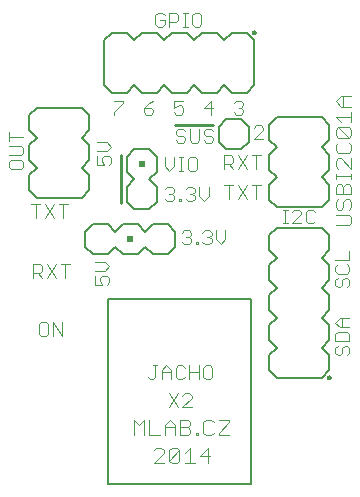
<source format=gbr>
G75*
G70*
%OFA0B0*%
%FSLAX24Y24*%
%IPPOS*%
%LPD*%
%AMOC8*
5,1,8,0,0,1.08239X$1,22.5*
%
%ADD10C,0.0040*%
%ADD11C,0.0100*%
%ADD12C,0.0050*%
%ADD13C,0.0060*%
%ADD14R,0.0200X0.0200*%
D10*
X001819Y005305D02*
X001973Y005305D01*
X002049Y005382D01*
X002049Y005689D01*
X001973Y005765D01*
X001819Y005765D01*
X001743Y005689D01*
X001743Y005382D01*
X001819Y005305D01*
X002203Y005305D02*
X002203Y005765D01*
X002510Y005305D01*
X002510Y005765D01*
X003617Y007009D02*
X003847Y007009D01*
X003771Y007163D01*
X003771Y007239D01*
X003847Y007316D01*
X004001Y007316D01*
X004078Y007239D01*
X004078Y007086D01*
X004001Y007009D01*
X003617Y007009D02*
X003617Y007316D01*
X003617Y007470D02*
X003924Y007470D01*
X004078Y007623D01*
X003924Y007777D01*
X003617Y007777D01*
X002760Y007703D02*
X002453Y007703D01*
X002606Y007703D02*
X002606Y007243D01*
X002299Y007243D02*
X001992Y007703D01*
X001839Y007626D02*
X001839Y007473D01*
X001762Y007396D01*
X001532Y007396D01*
X001532Y007243D02*
X001532Y007703D01*
X001762Y007703D01*
X001839Y007626D01*
X001686Y007396D02*
X001839Y007243D01*
X001992Y007243D02*
X002299Y007703D01*
X002237Y009243D02*
X001930Y009703D01*
X001777Y009703D02*
X001470Y009703D01*
X001623Y009703D02*
X001623Y009243D01*
X001930Y009243D02*
X002237Y009703D01*
X002390Y009703D02*
X002697Y009703D01*
X002544Y009703D02*
X002544Y009243D01*
X001126Y010868D02*
X001203Y010944D01*
X001203Y011098D01*
X001126Y011174D01*
X000819Y011174D01*
X000742Y011098D01*
X000742Y010944D01*
X000819Y010868D01*
X001126Y010868D01*
X001126Y011328D02*
X001203Y011405D01*
X001203Y011558D01*
X001126Y011635D01*
X000742Y011635D01*
X000742Y011788D02*
X000742Y012095D01*
X000742Y011942D02*
X001203Y011942D01*
X001126Y011328D02*
X000742Y011328D01*
X003680Y011299D02*
X003680Y010993D01*
X003910Y010993D01*
X003833Y011146D01*
X003833Y011223D01*
X003910Y011299D01*
X004063Y011299D01*
X004140Y011223D01*
X004140Y011069D01*
X004063Y010993D01*
X003987Y011453D02*
X004140Y011606D01*
X003987Y011760D01*
X003680Y011760D01*
X003680Y011453D02*
X003987Y011453D01*
X004243Y012680D02*
X004243Y012757D01*
X004549Y013064D01*
X004549Y013140D01*
X004243Y013140D01*
X005243Y012910D02*
X005243Y012757D01*
X005319Y012680D01*
X005473Y012680D01*
X005549Y012757D01*
X005549Y012833D01*
X005473Y012910D01*
X005243Y012910D01*
X005396Y013064D01*
X005549Y013140D01*
X006243Y013140D02*
X006243Y012910D01*
X006396Y012987D01*
X006473Y012987D01*
X006549Y012910D01*
X006549Y012757D01*
X006473Y012680D01*
X006319Y012680D01*
X006243Y012757D01*
X006243Y013140D02*
X006549Y013140D01*
X007243Y012910D02*
X007549Y012910D01*
X007473Y012680D02*
X007473Y013140D01*
X007243Y012910D01*
X007303Y012203D02*
X007226Y012126D01*
X007226Y012049D01*
X007303Y011973D01*
X007456Y011973D01*
X007533Y011896D01*
X007533Y011819D01*
X007456Y011743D01*
X007303Y011743D01*
X007226Y011819D01*
X007072Y011819D02*
X007072Y012203D01*
X007303Y012203D02*
X007456Y012203D01*
X007533Y012126D01*
X007072Y011819D02*
X006996Y011743D01*
X006842Y011743D01*
X006765Y011819D01*
X006765Y012203D01*
X006612Y012126D02*
X006535Y012203D01*
X006382Y012203D01*
X006305Y012126D01*
X006305Y012049D01*
X006382Y011973D01*
X006535Y011973D01*
X006612Y011896D01*
X006612Y011819D01*
X006535Y011743D01*
X006382Y011743D01*
X006305Y011819D01*
X006237Y011265D02*
X006237Y010958D01*
X006083Y010805D01*
X005930Y010958D01*
X005930Y011265D01*
X006390Y011265D02*
X006544Y011265D01*
X006467Y011265D02*
X006467Y010805D01*
X006390Y010805D02*
X006544Y010805D01*
X006697Y010882D02*
X006774Y010805D01*
X006928Y010805D01*
X007004Y010882D01*
X007004Y011189D01*
X006928Y011265D01*
X006774Y011265D01*
X006697Y011189D01*
X006697Y010882D01*
X006697Y010265D02*
X006851Y010265D01*
X006928Y010189D01*
X006928Y010112D01*
X006851Y010035D01*
X006928Y009958D01*
X006928Y009882D01*
X006851Y009805D01*
X006697Y009805D01*
X006621Y009882D01*
X006467Y009882D02*
X006467Y009805D01*
X006390Y009805D01*
X006390Y009882D01*
X006467Y009882D01*
X006237Y009882D02*
X006160Y009805D01*
X006007Y009805D01*
X005930Y009882D01*
X006083Y010035D02*
X006160Y010035D01*
X006237Y009958D01*
X006237Y009882D01*
X006160Y010035D02*
X006237Y010112D01*
X006237Y010189D01*
X006160Y010265D01*
X006007Y010265D01*
X005930Y010189D01*
X006621Y010189D02*
X006697Y010265D01*
X006774Y010035D02*
X006851Y010035D01*
X007081Y009958D02*
X007234Y009805D01*
X007388Y009958D01*
X007388Y010265D01*
X007081Y010265D02*
X007081Y009958D01*
X007907Y010328D02*
X008214Y010328D01*
X008061Y010328D02*
X008061Y009868D01*
X008367Y009868D02*
X008674Y010328D01*
X008828Y010328D02*
X009135Y010328D01*
X008981Y010328D02*
X008981Y009868D01*
X008674Y009868D02*
X008367Y010328D01*
X008367Y010868D02*
X008674Y011328D01*
X008828Y011328D02*
X009135Y011328D01*
X008981Y011328D02*
X008981Y010868D01*
X008674Y010868D02*
X008367Y011328D01*
X008214Y011251D02*
X008214Y011098D01*
X008137Y011021D01*
X007907Y011021D01*
X007907Y010868D02*
X007907Y011328D01*
X008137Y011328D01*
X008214Y011251D01*
X008061Y011021D02*
X008214Y010868D01*
X008890Y011868D02*
X009197Y012174D01*
X009197Y012251D01*
X009121Y012328D01*
X008967Y012328D01*
X008890Y012251D01*
X008890Y011868D02*
X009197Y011868D01*
X008473Y012680D02*
X008319Y012680D01*
X008243Y012757D01*
X008396Y012910D02*
X008473Y012910D01*
X008549Y012833D01*
X008549Y012757D01*
X008473Y012680D01*
X008473Y012910D02*
X008549Y012987D01*
X008549Y013064D01*
X008473Y013140D01*
X008319Y013140D01*
X008243Y013064D01*
X007075Y015618D02*
X006922Y015618D01*
X006845Y015694D01*
X006845Y016001D01*
X006922Y016078D01*
X007075Y016078D01*
X007152Y016001D01*
X007152Y015694D01*
X007075Y015618D01*
X006692Y015618D02*
X006538Y015618D01*
X006615Y015618D02*
X006615Y016078D01*
X006538Y016078D02*
X006692Y016078D01*
X006385Y016001D02*
X006385Y015848D01*
X006308Y015771D01*
X006078Y015771D01*
X006078Y015618D02*
X006078Y016078D01*
X006308Y016078D01*
X006385Y016001D01*
X005924Y016001D02*
X005848Y016078D01*
X005694Y016078D01*
X005618Y016001D01*
X005618Y015694D01*
X005694Y015618D01*
X005848Y015618D01*
X005924Y015694D01*
X005924Y015848D01*
X005771Y015848D01*
X009868Y009515D02*
X010021Y009515D01*
X009944Y009515D02*
X009944Y009055D01*
X009868Y009055D02*
X010021Y009055D01*
X010174Y009055D02*
X010481Y009362D01*
X010481Y009439D01*
X010405Y009515D01*
X010251Y009515D01*
X010174Y009439D01*
X010174Y009055D02*
X010481Y009055D01*
X010635Y009132D02*
X010712Y009055D01*
X010865Y009055D01*
X010942Y009132D01*
X010942Y009439D02*
X010865Y009515D01*
X010712Y009515D01*
X010635Y009439D01*
X010635Y009132D01*
X011620Y008993D02*
X012053Y008993D01*
X012140Y009079D01*
X012140Y009253D01*
X012053Y009339D01*
X011620Y009339D01*
X011706Y009508D02*
X011620Y009595D01*
X011620Y009768D01*
X011706Y009855D01*
X011620Y010024D02*
X011620Y010284D01*
X011706Y010371D01*
X011793Y010371D01*
X011880Y010284D01*
X011880Y010024D01*
X011967Y009855D02*
X012053Y009855D01*
X012140Y009768D01*
X012140Y009595D01*
X012053Y009508D01*
X011880Y009595D02*
X011880Y009768D01*
X011967Y009855D01*
X011880Y009595D02*
X011793Y009508D01*
X011706Y009508D01*
X011620Y010024D02*
X012140Y010024D01*
X012140Y010284D01*
X012053Y010371D01*
X011967Y010371D01*
X011880Y010284D01*
X012140Y010539D02*
X012140Y010713D01*
X012140Y010626D02*
X011620Y010626D01*
X011620Y010539D02*
X011620Y010713D01*
X011706Y010883D02*
X011620Y010970D01*
X011620Y011143D01*
X011706Y011230D01*
X011793Y011230D01*
X012140Y010883D01*
X012140Y011230D01*
X012053Y011399D02*
X012140Y011486D01*
X012140Y011659D01*
X012053Y011746D01*
X012053Y011914D02*
X011706Y012261D01*
X012053Y012261D01*
X012140Y012175D01*
X012140Y012001D01*
X012053Y011914D01*
X011706Y011914D01*
X011620Y012001D01*
X011620Y012175D01*
X011706Y012261D01*
X011793Y012430D02*
X011620Y012604D01*
X012140Y012604D01*
X012140Y012777D02*
X012140Y012430D01*
X012140Y012946D02*
X011793Y012946D01*
X011620Y013119D01*
X011793Y013293D01*
X012140Y013293D01*
X011880Y013293D02*
X011880Y012946D01*
X011706Y011746D02*
X011620Y011659D01*
X011620Y011486D01*
X011706Y011399D01*
X012053Y011399D01*
X012078Y008152D02*
X012078Y007845D01*
X011617Y007845D01*
X011694Y007691D02*
X011617Y007614D01*
X011617Y007461D01*
X011694Y007384D01*
X012001Y007384D01*
X012078Y007461D01*
X012078Y007614D01*
X012001Y007691D01*
X012001Y007231D02*
X011924Y007231D01*
X011847Y007154D01*
X011847Y007001D01*
X011771Y006924D01*
X011694Y006924D01*
X011617Y007001D01*
X011617Y007154D01*
X011694Y007231D01*
X012001Y007231D02*
X012078Y007154D01*
X012078Y007001D01*
X012001Y006924D01*
X012078Y005902D02*
X011771Y005902D01*
X011617Y005748D01*
X011771Y005595D01*
X012078Y005595D01*
X012001Y005441D02*
X011694Y005441D01*
X011617Y005364D01*
X011617Y005134D01*
X012078Y005134D01*
X012078Y005364D01*
X012001Y005441D01*
X011847Y005595D02*
X011847Y005902D01*
X011924Y004981D02*
X012001Y004981D01*
X012078Y004904D01*
X012078Y004751D01*
X012001Y004674D01*
X011847Y004751D02*
X011847Y004904D01*
X011924Y004981D01*
X011694Y004981D02*
X011617Y004904D01*
X011617Y004751D01*
X011694Y004674D01*
X011771Y004674D01*
X011847Y004751D01*
X008074Y002515D02*
X008074Y002429D01*
X007727Y002082D01*
X007727Y001995D01*
X008074Y001995D01*
X008074Y002515D02*
X007727Y002515D01*
X007558Y002429D02*
X007471Y002515D01*
X007298Y002515D01*
X007211Y002429D01*
X007211Y002082D01*
X007298Y001995D01*
X007471Y001995D01*
X007558Y002082D01*
X007040Y002082D02*
X007040Y001995D01*
X006953Y001995D01*
X006953Y002082D01*
X007040Y002082D01*
X006785Y002082D02*
X006698Y001995D01*
X006438Y001995D01*
X006438Y002515D01*
X006698Y002515D01*
X006785Y002429D01*
X006785Y002342D01*
X006698Y002255D01*
X006438Y002255D01*
X006269Y002255D02*
X005922Y002255D01*
X005922Y002342D02*
X006096Y002515D01*
X006269Y002342D01*
X006269Y001995D01*
X005922Y001995D02*
X005922Y002342D01*
X005753Y001995D02*
X005406Y001995D01*
X005406Y002515D01*
X005238Y002515D02*
X005238Y001995D01*
X004891Y001995D02*
X004891Y002515D01*
X005064Y002342D01*
X005238Y002515D01*
X006055Y002930D02*
X006362Y003390D01*
X006515Y003314D02*
X006592Y003390D01*
X006746Y003390D01*
X006822Y003314D01*
X006822Y003237D01*
X006515Y002930D01*
X006822Y002930D01*
X006362Y002930D02*
X006055Y003390D01*
X006135Y003868D02*
X006135Y004174D01*
X005981Y004328D01*
X005828Y004174D01*
X005828Y003868D01*
X005828Y004098D02*
X006135Y004098D01*
X006288Y004251D02*
X006288Y003944D01*
X006365Y003868D01*
X006518Y003868D01*
X006595Y003944D01*
X006749Y003868D02*
X006749Y004328D01*
X006595Y004251D02*
X006518Y004328D01*
X006365Y004328D01*
X006288Y004251D01*
X006749Y004098D02*
X007056Y004098D01*
X007209Y004251D02*
X007209Y003944D01*
X007286Y003868D01*
X007439Y003868D01*
X007516Y003944D01*
X007516Y004251D01*
X007439Y004328D01*
X007286Y004328D01*
X007209Y004251D01*
X007056Y004328D02*
X007056Y003868D01*
X006698Y002255D02*
X006785Y002168D01*
X006785Y002082D01*
X006760Y001578D02*
X006760Y001058D01*
X006933Y001058D02*
X006586Y001058D01*
X006418Y001144D02*
X006331Y001058D01*
X006157Y001058D01*
X006071Y001144D01*
X006418Y001491D01*
X006418Y001144D01*
X006586Y001404D02*
X006760Y001578D01*
X006418Y001491D02*
X006331Y001578D01*
X006157Y001578D01*
X006071Y001491D01*
X006071Y001144D01*
X005902Y001058D02*
X005555Y001058D01*
X005902Y001404D01*
X005902Y001491D01*
X005815Y001578D01*
X005642Y001578D01*
X005555Y001491D01*
X007102Y001318D02*
X007449Y001318D01*
X007362Y001578D02*
X007102Y001318D01*
X007362Y001058D02*
X007362Y001578D01*
X005521Y003868D02*
X005598Y003944D01*
X005598Y004328D01*
X005674Y004328D02*
X005521Y004328D01*
X005368Y003944D02*
X005444Y003868D01*
X005521Y003868D01*
X006569Y008368D02*
X006493Y008444D01*
X006569Y008368D02*
X006723Y008368D01*
X006799Y008444D01*
X006799Y008521D01*
X006723Y008598D01*
X006646Y008598D01*
X006723Y008598D02*
X006799Y008674D01*
X006799Y008751D01*
X006723Y008828D01*
X006569Y008828D01*
X006493Y008751D01*
X006953Y008444D02*
X006953Y008368D01*
X007030Y008368D01*
X007030Y008444D01*
X006953Y008444D01*
X007183Y008444D02*
X007260Y008368D01*
X007413Y008368D01*
X007490Y008444D01*
X007490Y008521D01*
X007413Y008598D01*
X007337Y008598D01*
X007413Y008598D02*
X007490Y008674D01*
X007490Y008751D01*
X007413Y008828D01*
X007260Y008828D01*
X007183Y008751D01*
X007643Y008828D02*
X007643Y008521D01*
X007797Y008368D01*
X007950Y008521D01*
X007950Y008828D01*
D11*
X007535Y012348D02*
X006285Y012348D01*
X004473Y011348D02*
X004473Y009723D01*
D12*
X004028Y006536D02*
X004028Y000355D01*
X008792Y000355D01*
X008792Y006536D01*
X004028Y006536D01*
X008860Y015410D02*
X008862Y015423D01*
X008867Y015436D01*
X008876Y015447D01*
X008887Y015454D01*
X008900Y015459D01*
X008913Y015460D01*
X008927Y015457D01*
X008939Y015451D01*
X008949Y015442D01*
X008956Y015430D01*
X008960Y015417D01*
X008960Y015403D01*
X008956Y015390D01*
X008949Y015378D01*
X008939Y015369D01*
X008927Y015363D01*
X008913Y015360D01*
X008900Y015361D01*
X008887Y015366D01*
X008876Y015373D01*
X008867Y015384D01*
X008862Y015397D01*
X008860Y015410D01*
X011360Y003910D02*
X011362Y003923D01*
X011367Y003936D01*
X011376Y003947D01*
X011387Y003954D01*
X011400Y003959D01*
X011413Y003960D01*
X011427Y003957D01*
X011439Y003951D01*
X011449Y003942D01*
X011456Y003930D01*
X011460Y003917D01*
X011460Y003903D01*
X011456Y003890D01*
X011449Y003878D01*
X011439Y003869D01*
X011427Y003863D01*
X011413Y003860D01*
X011400Y003861D01*
X011387Y003866D01*
X011376Y003873D01*
X011367Y003884D01*
X011362Y003897D01*
X011360Y003910D01*
D13*
X011160Y003910D02*
X011410Y004160D01*
X011410Y004660D01*
X011160Y004910D01*
X011410Y005160D01*
X011410Y005660D01*
X011160Y005910D01*
X011410Y006160D01*
X011410Y006660D01*
X011160Y006910D01*
X011410Y007160D01*
X011410Y007660D01*
X011160Y007910D01*
X011410Y008160D01*
X011410Y008660D01*
X011160Y008910D01*
X009660Y008910D01*
X009410Y008660D01*
X009410Y008160D01*
X009660Y007910D01*
X009410Y007660D01*
X009410Y007160D01*
X009660Y006910D01*
X009410Y006660D01*
X009410Y006160D01*
X009660Y005910D01*
X009410Y005660D01*
X009410Y005160D01*
X009660Y004910D01*
X009410Y004660D01*
X009410Y004160D01*
X009660Y003910D01*
X011160Y003910D01*
X011160Y009598D02*
X009660Y009598D01*
X009410Y009848D01*
X009410Y010348D01*
X009660Y010598D01*
X009410Y010848D01*
X009410Y011348D01*
X009660Y011598D01*
X009410Y011848D01*
X009410Y012348D01*
X009660Y012598D01*
X011160Y012598D01*
X011410Y012348D01*
X011410Y011848D01*
X011160Y011598D01*
X011410Y011348D01*
X011410Y010848D01*
X011160Y010598D01*
X011410Y010348D01*
X011410Y009848D01*
X011160Y009598D01*
X008723Y011785D02*
X008723Y012285D01*
X008473Y012535D01*
X007973Y012535D01*
X007723Y012285D01*
X007723Y011785D01*
X007973Y011535D01*
X008473Y011535D01*
X008723Y011785D01*
X008660Y013410D02*
X008160Y013410D01*
X007910Y013660D01*
X007660Y013410D01*
X007160Y013410D01*
X006910Y013660D01*
X006660Y013410D01*
X006160Y013410D01*
X005910Y013660D01*
X005660Y013410D01*
X005160Y013410D01*
X004910Y013660D01*
X004660Y013410D01*
X004160Y013410D01*
X003910Y013660D01*
X003910Y015160D01*
X004160Y015410D01*
X004660Y015410D01*
X004910Y015160D01*
X005160Y015410D01*
X005660Y015410D01*
X005910Y015160D01*
X006160Y015410D01*
X006660Y015410D01*
X006910Y015160D01*
X007160Y015410D01*
X007660Y015410D01*
X007910Y015160D01*
X008160Y015410D01*
X008660Y015410D01*
X008910Y015160D01*
X008910Y013660D01*
X008660Y013410D01*
X005660Y011285D02*
X005660Y010785D01*
X005410Y010535D01*
X005660Y010285D01*
X005660Y009785D01*
X005410Y009535D01*
X004910Y009535D01*
X004660Y009785D01*
X004660Y010285D01*
X004910Y010535D01*
X004660Y010785D01*
X004660Y011285D01*
X004910Y011535D01*
X005410Y011535D01*
X005660Y011285D01*
X005535Y009035D02*
X006035Y009035D01*
X006285Y008785D01*
X006285Y008285D01*
X006035Y008035D01*
X005535Y008035D01*
X005285Y008285D01*
X005035Y008035D01*
X004535Y008035D01*
X004285Y008285D01*
X004035Y008035D01*
X003535Y008035D01*
X003285Y008285D01*
X003285Y008785D01*
X003535Y009035D01*
X004035Y009035D01*
X004285Y008785D01*
X004535Y009035D01*
X005035Y009035D01*
X005285Y008785D01*
X005535Y009035D01*
X003410Y010160D02*
X003410Y010660D01*
X003160Y010910D01*
X003410Y011160D01*
X003410Y011660D01*
X003160Y011910D01*
X003410Y012160D01*
X003410Y012660D01*
X003160Y012910D01*
X001660Y012910D01*
X001410Y012660D01*
X001410Y012160D01*
X001660Y011910D01*
X001410Y011660D01*
X001410Y011160D01*
X001660Y010910D01*
X001410Y010660D01*
X001410Y010160D01*
X001660Y009910D01*
X003160Y009910D01*
X003410Y010160D01*
D14*
X004785Y008535D03*
X005160Y011035D03*
M02*

</source>
